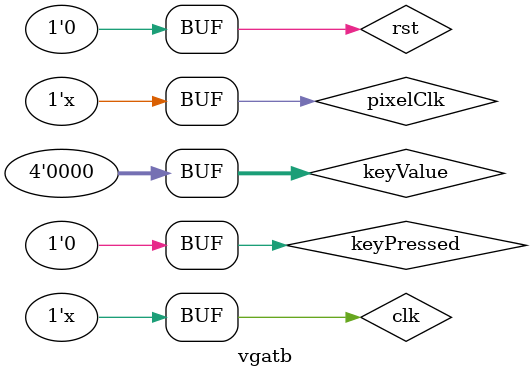
<source format=v>
`timescale 1ns / 1ps


module vgatb;

	// Inputs
	reg clk;
	reg rst;
	reg pixelClk;
	reg [3:0] keyValue;
	reg keyPressed;

	// Outputs
	wire Hsync;
	wire Vsync;
	wire [7:0] VGA;
	wire [3:0] noteAction;
	wire [3:0] noteSuccessState;

	// Instantiate the Unit Under Test (UUT)
	vga_controller uut (
		.clk(clk), 
		.rst(rst), 
		.pixelClk(pixelClk), 
		.keyValue(keyValue), 
		.keyPressed(keyPressed), 
		.Hsync(Hsync), 
		.Vsync(Vsync), 
		.VGA(VGA), 
		.noteAction(noteAction), 
		.noteSuccessState(noteSuccessState)
	);

	initial begin
		// Initialize Inputs
		clk = 0;
		rst = 1;
		pixelClk = 0;
		keyValue = 0;
		keyPressed = 0;

		// Wait 100 ns for global reset to finish
		#1000;
      rst = 0;  
		// Add stimulus here

	end
	
	always #1 clk = ~clk;
	always #4 pixelClk = ~pixelClk;
      
endmodule


</source>
